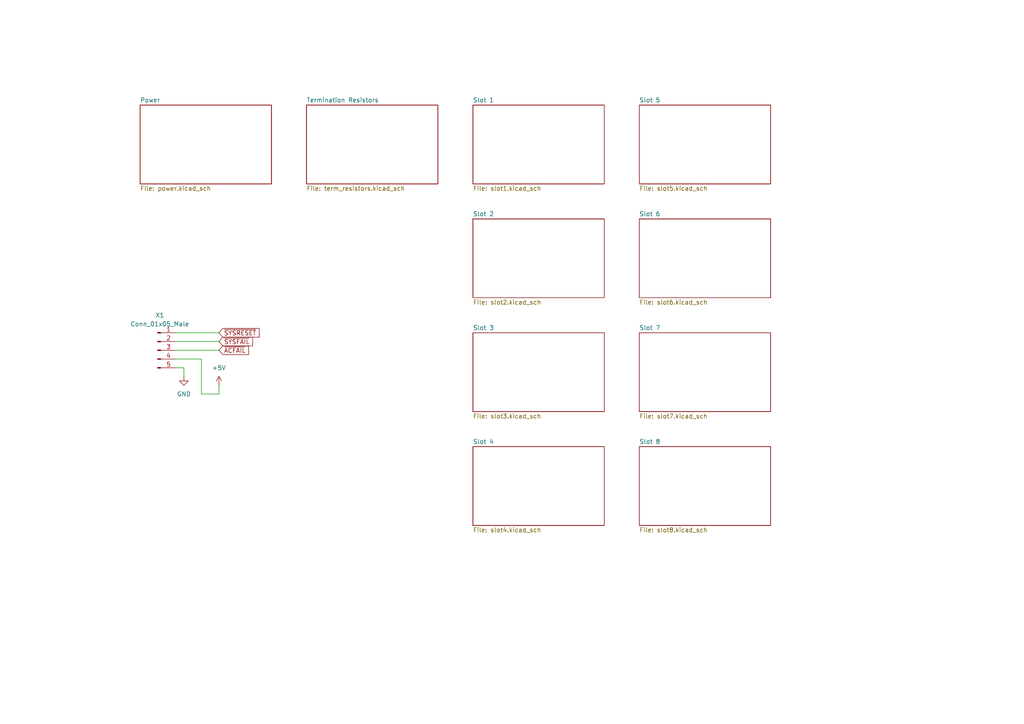
<source format=kicad_sch>
(kicad_sch (version 20211123) (generator eeschema)
  (paper "A4")
  (title_block (title "8 SLOT ACTIVE/PASSIVE TERMINATION VMEBUS BACKPLANE") (date "2024-01-04") (rev "1") (company "TOM STOREY") (comment 1 "FREE FOR NON-COMMERCIAL USE"))
  (lib_symbols
    (symbol "Connector:Conn_01x05_Male" (pin_names (offset 1.016) hide)
      (property "Reference" "J" (at 0 7.62 0))
      (property "Value" "Conn_01x05_Male" (at 0 -7.62 0))
      (symbol "Conn_01x05_Male_1_1"
        (polyline (pts (xy 1.27 -5.08) (xy 0.8636 -5.08)) (stroke (width 0.1524)))
        (polyline (pts (xy 1.27 -2.54) (xy 0.8636 -2.54)) (stroke (width 0.1524)))
        (polyline (pts (xy 1.27 0) (xy 0.8636 0)) (stroke (width 0.1524)))
        (polyline (pts (xy 1.27 2.54) (xy 0.8636 2.54)) (stroke (width 0.1524)))
        (polyline (pts (xy 1.27 5.08) (xy 0.8636 5.08)) (stroke (width 0.1524)))
        (rectangle (start 0.8636 -4.953) (end 0 -5.207) (stroke (width 0.1524)) (fill (type outline)))
        (rectangle (start 0.8636 -2.413) (end 0 -2.667) (stroke (width 0.1524)) (fill (type outline)))
        (rectangle (start 0.8636 0.127) (end 0 -0.127) (stroke (width 0.1524)) (fill (type outline)))
        (rectangle (start 0.8636 2.667) (end 0 2.413) (stroke (width 0.1524)) (fill (type outline)))
        (rectangle (start 0.8636 5.207) (end 0 4.953) (stroke (width 0.1524)) (fill (type outline)))
        (pin passive line (at 5.08 5.08 180) (length 3.81) (name "Pin_1") (number "1"))
        (pin passive line (at 5.08 2.54 180) (length 3.81) (name "Pin_2") (number "2"))
        (pin passive line (at 5.08 0 180) (length 3.81) (name "Pin_3") (number "3"))
        (pin passive line (at 5.08 -2.54 180) (length 3.81) (name "Pin_4") (number "4"))
        (pin passive line (at 5.08 -5.08 180) (length 3.81) (name "Pin_5") (number "5"))
      )
    )
    (symbol "power:+5V" (power) (pin_names (offset 0))
      (property "Value" "+5V" (at 0 3.556 0))
      (symbol "+5V_0_1"
        (polyline (pts (xy -0.762 1.27) (xy 0 2.54)))
        (polyline (pts (xy 0 0) (xy 0 2.54)))
        (polyline (pts (xy 0 2.54) (xy 0.762 1.27)))
      )
      (symbol "+5V_1_1"
        (pin power_in line (at 0 0 90) (length 0) hide (name "+5V") (number "1"))
      )
    )
    (symbol "power:GND" (power) (pin_names (offset 0))
      (property "Value" "GND" (at 0 -3.81 0))
      (symbol "GND_0_1"
        (polyline (pts (xy 0 0) (xy 0 -1.27) (xy 1.27 -1.27) (xy 0 -2.54) (xy -1.27 -1.27) (xy 0 -1.27)))
      )
      (symbol "GND_1_1"
        (pin power_in line (at 0 0 270) (length 0) hide (name "GND") (number "1"))
      )
    )
  )
  (wire (pts (xy 58.42 114.3) (xy 63.5 114.3)))
  (wire (pts (xy 58.42 104.14) (xy 58.42 114.3)))
  (wire (pts (xy 50.8 101.6) (xy 63.5 101.6)))
  (wire (pts (xy 53.34 106.68) (xy 53.34 109.22)))
  (wire (pts (xy 50.8 104.14) (xy 58.42 104.14)))
  (wire (pts (xy 50.8 96.52) (xy 63.5 96.52)))
  (wire (pts (xy 50.8 99.06) (xy 63.5 99.06)))
  (wire (pts (xy 50.8 106.68) (xy 53.34 106.68)))
  (wire (pts (xy 63.5 111.76) (xy 63.5 114.3)))
  (global_label "~{SYSFAIL}" (shape input) (at 63.5 99.06 0) (property "Intersheet References" "${INTERSHEET_REFS}" (effects hide)))
  (global_label "~{ACFAIL}" (shape input) (at 63.5 101.6 0) (property "Intersheet References" "${INTERSHEET_REFS}" (effects hide)))
  (global_label "~{SYSRESET}" (shape input) (at 63.5 96.52 0) (property "Intersheet References" "${INTERSHEET_REFS}" (effects hide)))
  (symbol (lib_id "power:GND") (at 53.34 109.22 0) (unit 1)
    (property "Reference" "#PWR0166" (effects hide))
    (property "Value" "GND" (at 53.34 114.3 0))
  )
  (symbol (lib_id "power:+5V") (at 63.5 111.76 0) (unit 1)
    (property "Reference" "#PWR0165" (effects hide))
    (property "Value" "+5V" (at 63.5 106.68 0))
  )
  (symbol (lib_id "Connector:Conn_01x05_Male") (at 45.72 101.6 0) (unit 1)
    (property "Reference" "X1" (at 46.355 91.44 0))
    (property "Value" "Conn_01x05_Male" (at 46.355 93.98 0))
    (property "Footprint" "Connector_PinHeader_2.54mm:PinHeader_1x05_P2.54mm_Vertical" (effects hide))
  )
  (sheet (at 40.64 30.48) (size 38.1 22.86) (stroke (width 0.1524))
    (property "Sheet name" "Power" (at 40.64 29.7684 0) (effects (justify left bottom)))
    (property "Sheet file" "power.kicad_sch" (at 40.64 53.9246 0) (effects (justify left top)))
  )
  (sheet (at 185.42 63.5) (size 38.1 22.86) (stroke (width 0.1524))
    (property "Sheet name" "Slot 6" (at 185.42 62.7884 0) (effects (justify left bottom)))
    (property "Sheet file" "slot6.kicad_sch" (at 185.42 86.9446 0) (effects (justify left top)))
  )
  (sheet (at 185.42 129.54) (size 38.1 22.86) (stroke (width 0.1524))
    (property "Sheet name" "Slot 8" (at 185.42 128.8284 0) (effects (justify left bottom)))
    (property "Sheet file" "slot8.kicad_sch" (at 185.42 152.9846 0) (effects (justify left top)))
  )
  (sheet (at 137.16 63.5) (size 38.1 22.86) (stroke (width 0.1524))
    (property "Sheet name" "Slot 2" (at 137.16 62.7884 0) (effects (justify left bottom)))
    (property "Sheet file" "slot2.kicad_sch" (at 137.16 86.9446 0) (effects (justify left top)))
  )
  (sheet (at 185.42 30.48) (size 38.1 22.86) (stroke (width 0.1524))
    (property "Sheet name" "Slot 5" (at 185.42 29.7684 0) (effects (justify left bottom)))
    (property "Sheet file" "slot5.kicad_sch" (at 185.42 53.9246 0) (effects (justify left top)))
  )
  (sheet (at 88.9 30.48) (size 38.1 22.86) (stroke (width 0.1524))
    (property "Sheet name" "Termination Resistors" (at 88.9 29.7684 0) (effects (justify left bottom)))
    (property "Sheet file" "term_resistors.kicad_sch" (at 88.9 53.9246 0) (effects (justify left top)))
  )
  (sheet (at 137.16 96.52) (size 38.1 22.86) (stroke (width 0.1524))
    (property "Sheet name" "Slot 3" (at 137.16 95.8084 0) (effects (justify left bottom)))
    (property "Sheet file" "slot3.kicad_sch" (at 137.16 119.9646 0) (effects (justify left top)))
  )
  (sheet (at 185.42 96.52) (size 38.1 22.86) (stroke (width 0.1524))
    (property "Sheet name" "Slot 7" (at 185.42 95.8084 0) (effects (justify left bottom)))
    (property "Sheet file" "slot7.kicad_sch" (at 185.42 119.9646 0) (effects (justify left top)))
  )
  (sheet (at 137.16 129.54) (size 38.1 22.86) (stroke (width 0.1524))
    (property "Sheet name" "Slot 4" (at 137.16 128.8284 0) (effects (justify left bottom)))
    (property "Sheet file" "slot4.kicad_sch" (at 137.16 152.9846 0) (effects (justify left top)))
  )
  (sheet (at 137.16 30.48) (size 38.1 22.86) (stroke (width 0.1524))
    (property "Sheet name" "Slot 1" (at 137.16 29.7684 0) (effects (justify left bottom)))
    (property "Sheet file" "slot1.kicad_sch" (at 137.16 53.9246 0) (effects (justify left top)))
  )
)
</source>
